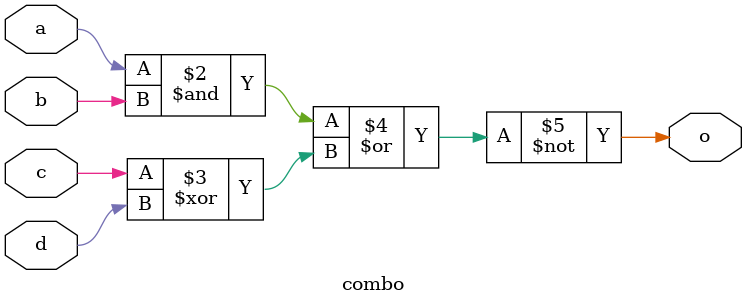
<source format=v>

/* 
Blok always:
     always @ (event)
     	[statement]
     always @ (event) begin
     	[multiple statements]
     end
*/

/* 
Always harus menggunakan pemicu, jika tidak gunakan:
     always @(*) atau always_comb
*/


// Contoh sekuensial

module tff (
     input  	 d,clk,rstn,
     output reg q
     );

	always @ (posedge clk or negedge rstn) begin
		if (!rstn)
			q <= 0;
		else
			if (d)
				q <= ~q;
			else
				q <= q;
	end
endmodule

// Contoh kombinasional

module combo (	input 	a,
      			input	b,
              	input	c,
              	input	d,
  	            output reg o);

  always @ (a or b or c or d) begin
    o <= ~((a & b) | (c^d));
  end
endmodule








</source>
